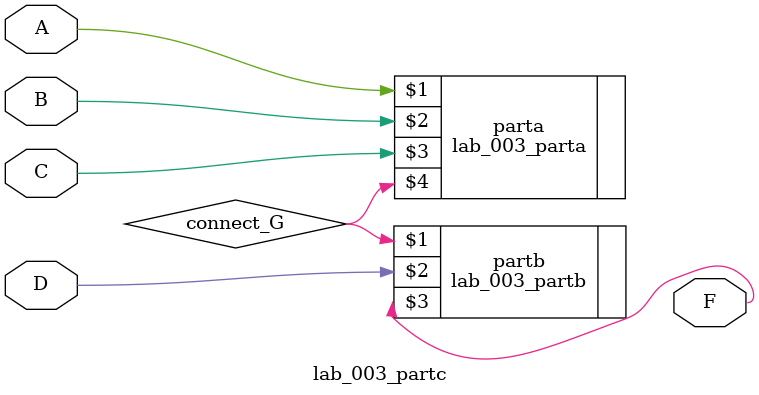
<source format=v>
module lab_003_partc (
  input A, B, C, D,
  output F
);
wire connect_G;
lab_003_parta parta (A,B,C,connect_G);
lab_003_partb partb (connect_G,D,F);
endmodule

</source>
